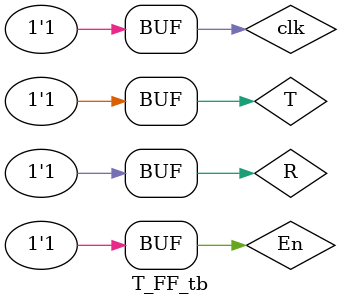
<source format=sv>
module T_FF(input T, R, En, clk, output reg Q, output Qn);
	always @(posedge clk) begin
		if(En) begin
			if (R) Q <= 1'b0; 
			else Q <= T ^ Q;
		end
	end
	assign Qn = ~Q;
endmodule

module T_FF_tb();
//`timescale 1ns/1ps
	reg T, R, En, clk, Q; 
	wire Qn; 
	
	T_FF teeflipflop(T, R, En, clk, Q, Qn);
	
	initial begin
		$monitor("R=%b En=%b T=%b Q=%b", R, En, T, Q);
		
		En = 1'b0; //testing no enable ALL 0s
		T = 1'b0; clk = 1'b0; #10; clk = 1'b1; #10;
		T = 1'b1; clk = 1'b0; #10; clk = 1'b1; #10;
		T = 1'b0; clk = 1'b0; #10; clk = 1'b1; #10;
		T = 1'b1; clk = 1'b0; #10; clk = 1'b1; #10;
		clk = 1'b0; #10; clk = 1'b1; #10;
		
		En = 1'b1; //tested w/ enables 
		T = 1'b0; clk = 1'b0; #10; clk = 1'b1; #10;
		T = 1'b1; clk = 1'b0; #10; clk = 1'b1; #10;
		T = 1'b0; clk = 1'b0; #10; clk = 1'b1; #10;
		T = 1'b1; clk = 1'b0; #10; clk = 1'b1; #10;
		clk = 1'b0; #10; clk = 1'b1; #10;
		
		T = 1'b0; clk = 1'b0; #10; clk = 1'b1; #10;
		T = 1'b1; clk = 1'b0; #10; clk = 1'b1; #10;
		clk = 1'b0; #10; clk = 1'b1; #10;
		R = 1'b1; clk = 1'b0; #10; clk = 1'b1; #10; //test reset :)
	end
endmodule
</source>
